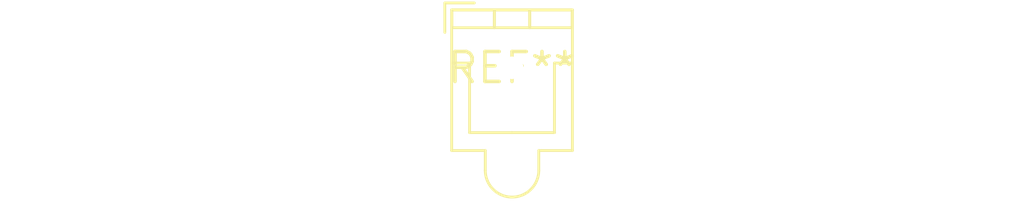
<source format=kicad_pcb>
(kicad_pcb (version 20240108) (generator pcbnew)
  (layers (0 "F.Cu" signal) (31 "B.Cu" signal) (34 "B.Paste" user) (35 "F.Paste" user) (36 "B.SilkS" user "B.Silkscreen") (37 "F.SilkS" user "F.Silkscreen") (38 "B.Mask" user) (39 "F.Mask" user) (44 "Edge.Cuts" user))
  (net 0 "")
  (footprint "JST_XH_B1B-XH-AM_1x01_P2.50mm_Vertical" (layer "F.Cu") (at 0 0)
    (property "Reference" "REF**")
    (property "Value" "JST_XH_B1B-XH-AM_1x01_P2.50mm_Vertical")
    (fp_line (start -2.85 -2.75) (end -2.85 -1.5) (layer "F.SilkS") (stroke (width 0.12)))
    (fp_line (start -2.56 -2.46) (end 2.56 -2.46) (layer "F.SilkS") (stroke (width 0.12)))
    (fp_line (start -2.56 3.51) (end -2.56 -2.46) (layer "F.SilkS") (stroke (width 0.12)))
    (fp_line (start -2.55 -2.45) (end -2.55 -1.7) (layer "F.SilkS") (stroke (width 0.12)))
    (fp_line (start -2.55 -1.7) (end -0.75 -1.7) (layer "F.SilkS") (stroke (width 0.12)))
    (fp_line (start -2.55 -0.2) (end -1.8 -0.2) (layer "F.SilkS") (stroke (width 0.12)))
    (fp_line (start -1.8 -0.2) (end -1.8 2.75) (layer "F.SilkS") (stroke (width 0.12)))
    (fp_line (start -1.8 2.75) (end 0 2.75) (layer "F.SilkS") (stroke (width 0.12)))
    (fp_line (start -1.6 -2.75) (end -2.85 -2.75) (layer "F.SilkS") (stroke (width 0.12)))
    (fp_line (start -1.135 3.51) (end -2.56 3.51) (layer "F.SilkS") (stroke (width 0.12)))
    (fp_line (start -1.135 4.35) (end -1.135 3.51) (layer "F.SilkS") (stroke (width 0.12)))
    (fp_line (start -0.75 -2.45) (end -2.55 -2.45) (layer "F.SilkS") (stroke (width 0.12)))
    (fp_line (start -0.75 -2.45) (end 0.75 -2.45) (layer "F.SilkS") (stroke (width 0.12)))
    (fp_line (start -0.75 -1.7) (end -0.75 -2.45) (layer "F.SilkS") (stroke (width 0.12)))
    (fp_line (start -0.75 -1.7) (end -0.75 -2.45) (layer "F.SilkS") (stroke (width 0.12)))
    (fp_line (start 0.75 -2.45) (end 0.75 -1.7) (layer "F.SilkS") (stroke (width 0.12)))
    (fp_line (start 0.75 -2.45) (end 0.75 -1.7) (layer "F.SilkS") (stroke (width 0.12)))
    (fp_line (start 0.75 -1.7) (end -0.75 -1.7) (layer "F.SilkS") (stroke (width 0.12)))
    (fp_line (start 0.75 -1.7) (end 2.55 -1.7) (layer "F.SilkS") (stroke (width 0.12)))
    (fp_line (start 1.135 3.51) (end 1.135 4.35) (layer "F.SilkS") (stroke (width 0.12)))
    (fp_line (start 1.8 -0.2) (end 1.8 2.75) (layer "F.SilkS") (stroke (width 0.12)))
    (fp_line (start 1.8 2.75) (end 0 2.75) (layer "F.SilkS") (stroke (width 0.12)))
    (fp_line (start 2.55 -2.45) (end 0.75 -2.45) (layer "F.SilkS") (stroke (width 0.12)))
    (fp_line (start 2.55 -1.7) (end 2.55 -2.45) (layer "F.SilkS") (stroke (width 0.12)))
    (fp_line (start 2.55 -0.2) (end 1.8 -0.2) (layer "F.SilkS") (stroke (width 0.12)))
    (fp_line (start 2.56 -2.46) (end 2.56 3.51) (layer "F.SilkS") (stroke (width 0.12)))
    (fp_line (start 2.56 3.51) (end 1.135 3.51) (layer "F.SilkS") (stroke (width 0.12)))
    (fp_arc (start 1.135 4.35) (mid 0 5.485) (end -1.135 4.35) (layer "F.SilkS") (stroke (width 0.12)))
    (pad "" np_thru_hole circle (at 0 4.35) (size 1.75 1.75) (drill 1.75) (layers *.Cu *.Mask))
    (pad "1" thru_hole roundrect (at 0 0) (size 1.7 1.95) (drill 0.95) (layers *.Cu *.Mask) (remove_unused_layers) (roundrect_rratio 0.147059))
  )
)
</source>
